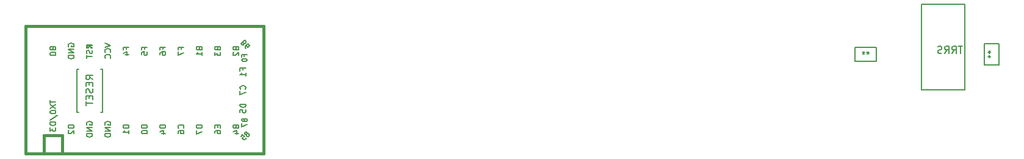
<source format=gbo>
G04 #@! TF.GenerationSoftware,KiCad,Pcbnew,(5.1.8)-1*
G04 #@! TF.CreationDate,2020-12-06T03:25:52+09:00*
G04 #@! TF.ProjectId,keyboard-layouter-playground,6b657962-6f61-4726-942d-6c61796f7574,rev?*
G04 #@! TF.SameCoordinates,Original*
G04 #@! TF.FileFunction,Legend,Bot*
G04 #@! TF.FilePolarity,Positive*
%FSLAX46Y46*%
G04 Gerber Fmt 4.6, Leading zero omitted, Abs format (unit mm)*
G04 Created by KiCad (PCBNEW (5.1.8)-1) date 2020-12-06 03:25:52*
%MOMM*%
%LPD*%
G01*
G04 APERTURE LIST*
%ADD10C,0.150000*%
%ADD11C,0.381000*%
G04 APERTURE END LIST*
D10*
X149500000Y-104500000D02*
X149500000Y-101500000D01*
X149500000Y-101500000D02*
X151500000Y-101500000D01*
X151500000Y-101500000D02*
X151500000Y-104500000D01*
X151500000Y-104500000D02*
X149500000Y-104500000D01*
X134500000Y-104000000D02*
X131500000Y-104000000D01*
X131500000Y-104000000D02*
X131500000Y-102000000D01*
X131500000Y-102000000D02*
X134500000Y-102000000D01*
X134500000Y-102000000D02*
X134500000Y-104000000D01*
X140750000Y-96000000D02*
X146750000Y-96000000D01*
X146750000Y-96000000D02*
X146750000Y-108000000D01*
X146750000Y-108000000D02*
X140750000Y-108000000D01*
X140750000Y-108000000D02*
X140750000Y-96000000D01*
D11*
X21550000Y-114350000D02*
X21550000Y-116890000D01*
X19010000Y-114350000D02*
X21550000Y-114350000D01*
D10*
G36*
X25299030Y-101955365D02*
G01*
X25399030Y-101955365D01*
X25399030Y-101855365D01*
X25299030Y-101855365D01*
X25299030Y-101955365D01*
G37*
X25299030Y-101955365D02*
X25399030Y-101955365D01*
X25399030Y-101855365D01*
X25299030Y-101855365D01*
X25299030Y-101955365D01*
G36*
X24899030Y-101755365D02*
G01*
X25699030Y-101755365D01*
X25699030Y-101655365D01*
X24899030Y-101655365D01*
X24899030Y-101755365D01*
G37*
X24899030Y-101755365D02*
X25699030Y-101755365D01*
X25699030Y-101655365D01*
X24899030Y-101655365D01*
X24899030Y-101755365D01*
G36*
X25499030Y-102155365D02*
G01*
X25699030Y-102155365D01*
X25699030Y-102055365D01*
X25499030Y-102055365D01*
X25499030Y-102155365D01*
G37*
X25499030Y-102155365D02*
X25699030Y-102155365D01*
X25699030Y-102055365D01*
X25499030Y-102055365D01*
X25499030Y-102155365D01*
G36*
X24899030Y-102155365D02*
G01*
X25199030Y-102155365D01*
X25199030Y-102055365D01*
X24899030Y-102055365D01*
X24899030Y-102155365D01*
G37*
X24899030Y-102155365D02*
X25199030Y-102155365D01*
X25199030Y-102055365D01*
X24899030Y-102055365D01*
X24899030Y-102155365D01*
G36*
X24899030Y-102155365D02*
G01*
X24999030Y-102155365D01*
X24999030Y-101655365D01*
X24899030Y-101655365D01*
X24899030Y-102155365D01*
G37*
X24899030Y-102155365D02*
X24999030Y-102155365D01*
X24999030Y-101655365D01*
X24899030Y-101655365D01*
X24899030Y-102155365D01*
D11*
X49490000Y-99110000D02*
X16470000Y-99110000D01*
X49490000Y-116890000D02*
X49490000Y-99110000D01*
X16470000Y-116890000D02*
X49490000Y-116890000D01*
X16470000Y-99110000D02*
X16470000Y-116890000D01*
X19010000Y-114350000D02*
X19010000Y-116890000D01*
D10*
X23600000Y-105100000D02*
X23850000Y-105100000D01*
X23600000Y-111100000D02*
X23600000Y-105100000D01*
X23850000Y-111100000D02*
X23600000Y-111100000D01*
X27100000Y-111100000D02*
X26850000Y-111100000D01*
X27100000Y-105100000D02*
X27100000Y-111100000D01*
X26850000Y-105100000D02*
X27100000Y-105100000D01*
X149991395Y-102690361D02*
X150184919Y-102690361D01*
X150107509Y-102496838D02*
X150184919Y-102690361D01*
X150107509Y-102883885D01*
X150339738Y-102574247D02*
X150184919Y-102690361D01*
X150339738Y-102806476D01*
X149991395Y-103309638D02*
X150184919Y-103309638D01*
X150107509Y-103116114D02*
X150184919Y-103309638D01*
X150107509Y-103503161D01*
X150339738Y-103193523D02*
X150184919Y-103309638D01*
X150339738Y-103425752D01*
X133309638Y-102618395D02*
X133309638Y-102811919D01*
X133503161Y-102734509D02*
X133309638Y-102811919D01*
X133116114Y-102734509D01*
X133425752Y-102966738D02*
X133309638Y-102811919D01*
X133193523Y-102966738D01*
X132690361Y-102618395D02*
X132690361Y-102811919D01*
X132883885Y-102734509D02*
X132690361Y-102811919D01*
X132496838Y-102734509D01*
X132806476Y-102966738D02*
X132690361Y-102811919D01*
X132574247Y-102966738D01*
X146436404Y-101865880D02*
X145864976Y-101865880D01*
X146150690Y-102865880D02*
X146150690Y-101865880D01*
X144960214Y-102865880D02*
X145293547Y-102389690D01*
X145531642Y-102865880D02*
X145531642Y-101865880D01*
X145150690Y-101865880D01*
X145055452Y-101913500D01*
X145007833Y-101961119D01*
X144960214Y-102056357D01*
X144960214Y-102199214D01*
X145007833Y-102294452D01*
X145055452Y-102342071D01*
X145150690Y-102389690D01*
X145531642Y-102389690D01*
X143960214Y-102865880D02*
X144293547Y-102389690D01*
X144531642Y-102865880D02*
X144531642Y-101865880D01*
X144150690Y-101865880D01*
X144055452Y-101913500D01*
X144007833Y-101961119D01*
X143960214Y-102056357D01*
X143960214Y-102199214D01*
X144007833Y-102294452D01*
X144055452Y-102342071D01*
X144150690Y-102389690D01*
X144531642Y-102389690D01*
X143579261Y-102818261D02*
X143436404Y-102865880D01*
X143198309Y-102865880D01*
X143103071Y-102818261D01*
X143055452Y-102770642D01*
X143007833Y-102675404D01*
X143007833Y-102580166D01*
X143055452Y-102484928D01*
X143103071Y-102437309D01*
X143198309Y-102389690D01*
X143388785Y-102342071D01*
X143484023Y-102294452D01*
X143531642Y-102246833D01*
X143579261Y-102151595D01*
X143579261Y-102056357D01*
X143531642Y-101961119D01*
X143484023Y-101913500D01*
X143388785Y-101865880D01*
X143150690Y-101865880D01*
X143007833Y-101913500D01*
X47011904Y-109949523D02*
X46211904Y-109949523D01*
X46211904Y-110140000D01*
X46250000Y-110254285D01*
X46326190Y-110330476D01*
X46402380Y-110368571D01*
X46554761Y-110406666D01*
X46669047Y-110406666D01*
X46821428Y-110368571D01*
X46897619Y-110330476D01*
X46973809Y-110254285D01*
X47011904Y-110140000D01*
X47011904Y-109949523D01*
X46211904Y-111130476D02*
X46211904Y-110749523D01*
X46592857Y-110711428D01*
X46554761Y-110749523D01*
X46516666Y-110825714D01*
X46516666Y-111016190D01*
X46554761Y-111092380D01*
X46592857Y-111130476D01*
X46669047Y-111168571D01*
X46859523Y-111168571D01*
X46935714Y-111130476D01*
X46973809Y-111092380D01*
X47011904Y-111016190D01*
X47011904Y-110825714D01*
X46973809Y-110749523D01*
X46935714Y-110711428D01*
X46592857Y-105193333D02*
X46592857Y-104926666D01*
X47011904Y-104926666D02*
X46211904Y-104926666D01*
X46211904Y-105307619D01*
X47011904Y-106031428D02*
X47011904Y-105574285D01*
X47011904Y-105802857D02*
X46211904Y-105802857D01*
X46326190Y-105726666D01*
X46402380Y-105650476D01*
X46440476Y-105574285D01*
X46935714Y-107866666D02*
X46973809Y-107828571D01*
X47011904Y-107714285D01*
X47011904Y-107638095D01*
X46973809Y-107523809D01*
X46897619Y-107447619D01*
X46821428Y-107409523D01*
X46669047Y-107371428D01*
X46554761Y-107371428D01*
X46402380Y-107409523D01*
X46326190Y-107447619D01*
X46250000Y-107523809D01*
X46211904Y-107638095D01*
X46211904Y-107714285D01*
X46250000Y-107828571D01*
X46288095Y-107866666D01*
X46211904Y-108133333D02*
X46211904Y-108666666D01*
X47011904Y-108323809D01*
X46714297Y-101435008D02*
X46808578Y-101482148D01*
X46855719Y-101482148D01*
X46926429Y-101458578D01*
X46997140Y-101387867D01*
X47020710Y-101317157D01*
X47020710Y-101270016D01*
X46997140Y-101199306D01*
X46808578Y-101010744D01*
X46313603Y-101505719D01*
X46478595Y-101670710D01*
X46549306Y-101694280D01*
X46596446Y-101694280D01*
X46667157Y-101670710D01*
X46714297Y-101623570D01*
X46737867Y-101552859D01*
X46737867Y-101505719D01*
X46714297Y-101435008D01*
X46549306Y-101270016D01*
X47020710Y-102212825D02*
X46926429Y-102118544D01*
X46902859Y-102047834D01*
X46902859Y-102000693D01*
X46926429Y-101882842D01*
X46997140Y-101764991D01*
X47185702Y-101576429D01*
X47256412Y-101552859D01*
X47303553Y-101552859D01*
X47374264Y-101576429D01*
X47468544Y-101670710D01*
X47492115Y-101741421D01*
X47492115Y-101788561D01*
X47468544Y-101859272D01*
X47350693Y-101977123D01*
X47279983Y-102000693D01*
X47232842Y-102000693D01*
X47162132Y-101977123D01*
X47067851Y-101882842D01*
X47044280Y-101812132D01*
X47044280Y-101764991D01*
X47067851Y-101694280D01*
X46800000Y-103266666D02*
X46800000Y-103033333D01*
X47166666Y-103033333D02*
X46466666Y-103033333D01*
X46466666Y-103366666D01*
X46466666Y-103766666D02*
X46466666Y-103833333D01*
X46500000Y-103900000D01*
X46533333Y-103933333D01*
X46600000Y-103966666D01*
X46733333Y-104000000D01*
X46900000Y-104000000D01*
X47033333Y-103966666D01*
X47100000Y-103933333D01*
X47133333Y-103900000D01*
X47166666Y-103833333D01*
X47166666Y-103766666D01*
X47133333Y-103700000D01*
X47100000Y-103666666D01*
X47033333Y-103633333D01*
X46900000Y-103600000D01*
X46733333Y-103600000D01*
X46600000Y-103633333D01*
X46533333Y-103666666D01*
X46500000Y-103700000D01*
X46466666Y-103766666D01*
X46800000Y-112216666D02*
X46833333Y-112316666D01*
X46866666Y-112350000D01*
X46933333Y-112383333D01*
X47033333Y-112383333D01*
X47100000Y-112350000D01*
X47133333Y-112316666D01*
X47166666Y-112250000D01*
X47166666Y-111983333D01*
X46466666Y-111983333D01*
X46466666Y-112216666D01*
X46500000Y-112283333D01*
X46533333Y-112316666D01*
X46600000Y-112350000D01*
X46666666Y-112350000D01*
X46733333Y-112316666D01*
X46766666Y-112283333D01*
X46800000Y-112216666D01*
X46800000Y-111983333D01*
X46466666Y-112616666D02*
X46466666Y-113083333D01*
X47166666Y-112783333D01*
X25663809Y-102426666D02*
X25701904Y-102540952D01*
X25701904Y-102731428D01*
X25663809Y-102807619D01*
X25625714Y-102845714D01*
X25549523Y-102883809D01*
X25473333Y-102883809D01*
X25397142Y-102845714D01*
X25359047Y-102807619D01*
X25320952Y-102731428D01*
X25282857Y-102579047D01*
X25244761Y-102502857D01*
X25206666Y-102464761D01*
X25130476Y-102426666D01*
X25054285Y-102426666D01*
X24978095Y-102464761D01*
X24940000Y-102502857D01*
X24901904Y-102579047D01*
X24901904Y-102769523D01*
X24940000Y-102883809D01*
X24901904Y-103112380D02*
X24901904Y-103569523D01*
X25701904Y-103340952D02*
X24901904Y-103340952D01*
X19841904Y-109381395D02*
X19841904Y-109838538D01*
X20641904Y-109609967D02*
X19841904Y-109609967D01*
X19841904Y-110029014D02*
X20641904Y-110562348D01*
X19841904Y-110562348D02*
X20641904Y-110029014D01*
X19841904Y-111019491D02*
X19841904Y-111095681D01*
X19880000Y-111171872D01*
X19918095Y-111209967D01*
X19994285Y-111248062D01*
X20146666Y-111286157D01*
X20337142Y-111286157D01*
X20489523Y-111248062D01*
X20565714Y-111209967D01*
X20603809Y-111171872D01*
X20641904Y-111095681D01*
X20641904Y-111019491D01*
X20603809Y-110943300D01*
X20565714Y-110905205D01*
X20489523Y-110867110D01*
X20337142Y-110829014D01*
X20146666Y-110829014D01*
X19994285Y-110867110D01*
X19918095Y-110905205D01*
X19880000Y-110943300D01*
X19841904Y-111019491D01*
X19803809Y-112200443D02*
X20832380Y-111514729D01*
X20641904Y-112467110D02*
X19841904Y-112467110D01*
X19841904Y-112657586D01*
X19880000Y-112771872D01*
X19956190Y-112848062D01*
X20032380Y-112886157D01*
X20184761Y-112924252D01*
X20299047Y-112924252D01*
X20451428Y-112886157D01*
X20527619Y-112848062D01*
X20603809Y-112771872D01*
X20641904Y-112657586D01*
X20641904Y-112467110D01*
X19841904Y-113190919D02*
X19841904Y-113686157D01*
X20146666Y-113419491D01*
X20146666Y-113533776D01*
X20184761Y-113609967D01*
X20222857Y-113648062D01*
X20299047Y-113686157D01*
X20489523Y-113686157D01*
X20565714Y-113648062D01*
X20603809Y-113609967D01*
X20641904Y-113533776D01*
X20641904Y-113305205D01*
X20603809Y-113229014D01*
X20565714Y-113190919D01*
X45622857Y-102215190D02*
X45660952Y-102329476D01*
X45699047Y-102367571D01*
X45775238Y-102405666D01*
X45889523Y-102405666D01*
X45965714Y-102367571D01*
X46003809Y-102329476D01*
X46041904Y-102253285D01*
X46041904Y-101948523D01*
X45241904Y-101948523D01*
X45241904Y-102215190D01*
X45280000Y-102291380D01*
X45318095Y-102329476D01*
X45394285Y-102367571D01*
X45470476Y-102367571D01*
X45546666Y-102329476D01*
X45584761Y-102291380D01*
X45622857Y-102215190D01*
X45622857Y-101948523D01*
X45318095Y-102710428D02*
X45280000Y-102748523D01*
X45241904Y-102824714D01*
X45241904Y-103015190D01*
X45280000Y-103091380D01*
X45318095Y-103129476D01*
X45394285Y-103167571D01*
X45470476Y-103167571D01*
X45584761Y-103129476D01*
X46041904Y-102672333D01*
X46041904Y-103167571D01*
X38002857Y-102272333D02*
X38002857Y-102005666D01*
X38421904Y-102005666D02*
X37621904Y-102005666D01*
X37621904Y-102386619D01*
X37621904Y-102615190D02*
X37621904Y-103148523D01*
X38421904Y-102805666D01*
X35462857Y-102272333D02*
X35462857Y-102005666D01*
X35881904Y-102005666D02*
X35081904Y-102005666D01*
X35081904Y-102386619D01*
X35081904Y-103034238D02*
X35081904Y-102881857D01*
X35120000Y-102805666D01*
X35158095Y-102767571D01*
X35272380Y-102691380D01*
X35424761Y-102653285D01*
X35729523Y-102653285D01*
X35805714Y-102691380D01*
X35843809Y-102729476D01*
X35881904Y-102805666D01*
X35881904Y-102958047D01*
X35843809Y-103034238D01*
X35805714Y-103072333D01*
X35729523Y-103110428D01*
X35539047Y-103110428D01*
X35462857Y-103072333D01*
X35424761Y-103034238D01*
X35386666Y-102958047D01*
X35386666Y-102805666D01*
X35424761Y-102729476D01*
X35462857Y-102691380D01*
X35539047Y-102653285D01*
X32922857Y-102272333D02*
X32922857Y-102005666D01*
X33341904Y-102005666D02*
X32541904Y-102005666D01*
X32541904Y-102386619D01*
X32541904Y-103072333D02*
X32541904Y-102691380D01*
X32922857Y-102653285D01*
X32884761Y-102691380D01*
X32846666Y-102767571D01*
X32846666Y-102958047D01*
X32884761Y-103034238D01*
X32922857Y-103072333D01*
X32999047Y-103110428D01*
X33189523Y-103110428D01*
X33265714Y-103072333D01*
X33303809Y-103034238D01*
X33341904Y-102958047D01*
X33341904Y-102767571D01*
X33303809Y-102691380D01*
X33265714Y-102653285D01*
X20222857Y-102215190D02*
X20260952Y-102329476D01*
X20299047Y-102367571D01*
X20375238Y-102405666D01*
X20489523Y-102405666D01*
X20565714Y-102367571D01*
X20603809Y-102329476D01*
X20641904Y-102253285D01*
X20641904Y-101948523D01*
X19841904Y-101948523D01*
X19841904Y-102215190D01*
X19880000Y-102291380D01*
X19918095Y-102329476D01*
X19994285Y-102367571D01*
X20070476Y-102367571D01*
X20146666Y-102329476D01*
X20184761Y-102291380D01*
X20222857Y-102215190D01*
X20222857Y-101948523D01*
X19841904Y-102900904D02*
X19841904Y-102977095D01*
X19880000Y-103053285D01*
X19918095Y-103091380D01*
X19994285Y-103129476D01*
X20146666Y-103167571D01*
X20337142Y-103167571D01*
X20489523Y-103129476D01*
X20565714Y-103091380D01*
X20603809Y-103053285D01*
X20641904Y-102977095D01*
X20641904Y-102900904D01*
X20603809Y-102824714D01*
X20565714Y-102786619D01*
X20489523Y-102748523D01*
X20337142Y-102710428D01*
X20146666Y-102710428D01*
X19994285Y-102748523D01*
X19918095Y-102786619D01*
X19880000Y-102824714D01*
X19841904Y-102900904D01*
X22420000Y-101929476D02*
X22381904Y-101853285D01*
X22381904Y-101739000D01*
X22420000Y-101624714D01*
X22496190Y-101548523D01*
X22572380Y-101510428D01*
X22724761Y-101472333D01*
X22839047Y-101472333D01*
X22991428Y-101510428D01*
X23067619Y-101548523D01*
X23143809Y-101624714D01*
X23181904Y-101739000D01*
X23181904Y-101815190D01*
X23143809Y-101929476D01*
X23105714Y-101967571D01*
X22839047Y-101967571D01*
X22839047Y-101815190D01*
X23181904Y-102310428D02*
X22381904Y-102310428D01*
X23181904Y-102767571D01*
X22381904Y-102767571D01*
X23181904Y-103148523D02*
X22381904Y-103148523D01*
X22381904Y-103339000D01*
X22420000Y-103453285D01*
X22496190Y-103529476D01*
X22572380Y-103567571D01*
X22724761Y-103605666D01*
X22839047Y-103605666D01*
X22991428Y-103567571D01*
X23067619Y-103529476D01*
X23143809Y-103453285D01*
X23181904Y-103339000D01*
X23181904Y-103148523D01*
X27461904Y-101472333D02*
X28261904Y-101739000D01*
X27461904Y-102005666D01*
X28185714Y-102729476D02*
X28223809Y-102691380D01*
X28261904Y-102577095D01*
X28261904Y-102500904D01*
X28223809Y-102386619D01*
X28147619Y-102310428D01*
X28071428Y-102272333D01*
X27919047Y-102234238D01*
X27804761Y-102234238D01*
X27652380Y-102272333D01*
X27576190Y-102310428D01*
X27500000Y-102386619D01*
X27461904Y-102500904D01*
X27461904Y-102577095D01*
X27500000Y-102691380D01*
X27538095Y-102729476D01*
X28185714Y-103529476D02*
X28223809Y-103491380D01*
X28261904Y-103377095D01*
X28261904Y-103300904D01*
X28223809Y-103186619D01*
X28147619Y-103110428D01*
X28071428Y-103072333D01*
X27919047Y-103034238D01*
X27804761Y-103034238D01*
X27652380Y-103072333D01*
X27576190Y-103110428D01*
X27500000Y-103186619D01*
X27461904Y-103300904D01*
X27461904Y-103377095D01*
X27500000Y-103491380D01*
X27538095Y-103529476D01*
X30382857Y-102272333D02*
X30382857Y-102005666D01*
X30801904Y-102005666D02*
X30001904Y-102005666D01*
X30001904Y-102386619D01*
X30268571Y-103034238D02*
X30801904Y-103034238D01*
X29963809Y-102843761D02*
X30535238Y-102653285D01*
X30535238Y-103148523D01*
X40542857Y-102215190D02*
X40580952Y-102329476D01*
X40619047Y-102367571D01*
X40695238Y-102405666D01*
X40809523Y-102405666D01*
X40885714Y-102367571D01*
X40923809Y-102329476D01*
X40961904Y-102253285D01*
X40961904Y-101948523D01*
X40161904Y-101948523D01*
X40161904Y-102215190D01*
X40200000Y-102291380D01*
X40238095Y-102329476D01*
X40314285Y-102367571D01*
X40390476Y-102367571D01*
X40466666Y-102329476D01*
X40504761Y-102291380D01*
X40542857Y-102215190D01*
X40542857Y-101948523D01*
X40961904Y-103167571D02*
X40961904Y-102710428D01*
X40961904Y-102939000D02*
X40161904Y-102939000D01*
X40276190Y-102862809D01*
X40352380Y-102786619D01*
X40390476Y-102710428D01*
X43082857Y-102215190D02*
X43120952Y-102329476D01*
X43159047Y-102367571D01*
X43235238Y-102405666D01*
X43349523Y-102405666D01*
X43425714Y-102367571D01*
X43463809Y-102329476D01*
X43501904Y-102253285D01*
X43501904Y-101948523D01*
X42701904Y-101948523D01*
X42701904Y-102215190D01*
X42740000Y-102291380D01*
X42778095Y-102329476D01*
X42854285Y-102367571D01*
X42930476Y-102367571D01*
X43006666Y-102329476D01*
X43044761Y-102291380D01*
X43082857Y-102215190D01*
X43082857Y-101948523D01*
X42701904Y-102672333D02*
X42701904Y-103167571D01*
X43006666Y-102900904D01*
X43006666Y-103015190D01*
X43044761Y-103091380D01*
X43082857Y-103129476D01*
X43159047Y-103167571D01*
X43349523Y-103167571D01*
X43425714Y-103129476D01*
X43463809Y-103091380D01*
X43501904Y-103015190D01*
X43501904Y-102786619D01*
X43463809Y-102710428D01*
X43425714Y-102672333D01*
X47114991Y-114164297D02*
X47067851Y-114258578D01*
X47067851Y-114305719D01*
X47091421Y-114376429D01*
X47162132Y-114447140D01*
X47232842Y-114470710D01*
X47279983Y-114470710D01*
X47350693Y-114447140D01*
X47539255Y-114258578D01*
X47044280Y-113763603D01*
X46879289Y-113928595D01*
X46855719Y-113999306D01*
X46855719Y-114046446D01*
X46879289Y-114117157D01*
X46926429Y-114164297D01*
X46997140Y-114187867D01*
X47044280Y-114187867D01*
X47114991Y-114164297D01*
X47279983Y-113999306D01*
X46313603Y-114494280D02*
X46549306Y-114258578D01*
X46808578Y-114470710D01*
X46761438Y-114470710D01*
X46690727Y-114494280D01*
X46572876Y-114612132D01*
X46549306Y-114682842D01*
X46549306Y-114729983D01*
X46572876Y-114800693D01*
X46690727Y-114918544D01*
X46761438Y-114942115D01*
X46808578Y-114942115D01*
X46879289Y-114918544D01*
X46997140Y-114800693D01*
X47020710Y-114729983D01*
X47020710Y-114682842D01*
X45622857Y-113137190D02*
X45660952Y-113251476D01*
X45699047Y-113289571D01*
X45775238Y-113327666D01*
X45889523Y-113327666D01*
X45965714Y-113289571D01*
X46003809Y-113251476D01*
X46041904Y-113175285D01*
X46041904Y-112870523D01*
X45241904Y-112870523D01*
X45241904Y-113137190D01*
X45280000Y-113213380D01*
X45318095Y-113251476D01*
X45394285Y-113289571D01*
X45470476Y-113289571D01*
X45546666Y-113251476D01*
X45584761Y-113213380D01*
X45622857Y-113137190D01*
X45622857Y-112870523D01*
X45508571Y-114013380D02*
X46041904Y-114013380D01*
X45203809Y-113822904D02*
X45775238Y-113632428D01*
X45775238Y-114127666D01*
X43082857Y-112908619D02*
X43082857Y-113175285D01*
X43501904Y-113289571D02*
X43501904Y-112908619D01*
X42701904Y-112908619D01*
X42701904Y-113289571D01*
X42701904Y-113975285D02*
X42701904Y-113822904D01*
X42740000Y-113746714D01*
X42778095Y-113708619D01*
X42892380Y-113632428D01*
X43044761Y-113594333D01*
X43349523Y-113594333D01*
X43425714Y-113632428D01*
X43463809Y-113670523D01*
X43501904Y-113746714D01*
X43501904Y-113899095D01*
X43463809Y-113975285D01*
X43425714Y-114013380D01*
X43349523Y-114051476D01*
X43159047Y-114051476D01*
X43082857Y-114013380D01*
X43044761Y-113975285D01*
X43006666Y-113899095D01*
X43006666Y-113746714D01*
X43044761Y-113670523D01*
X43082857Y-113632428D01*
X43159047Y-113594333D01*
X40961904Y-112870523D02*
X40161904Y-112870523D01*
X40161904Y-113061000D01*
X40200000Y-113175285D01*
X40276190Y-113251476D01*
X40352380Y-113289571D01*
X40504761Y-113327666D01*
X40619047Y-113327666D01*
X40771428Y-113289571D01*
X40847619Y-113251476D01*
X40923809Y-113175285D01*
X40961904Y-113061000D01*
X40961904Y-112870523D01*
X40161904Y-113594333D02*
X40161904Y-114127666D01*
X40961904Y-113784809D01*
X38345714Y-113327666D02*
X38383809Y-113289571D01*
X38421904Y-113175285D01*
X38421904Y-113099095D01*
X38383809Y-112984809D01*
X38307619Y-112908619D01*
X38231428Y-112870523D01*
X38079047Y-112832428D01*
X37964761Y-112832428D01*
X37812380Y-112870523D01*
X37736190Y-112908619D01*
X37660000Y-112984809D01*
X37621904Y-113099095D01*
X37621904Y-113175285D01*
X37660000Y-113289571D01*
X37698095Y-113327666D01*
X37621904Y-114013380D02*
X37621904Y-113861000D01*
X37660000Y-113784809D01*
X37698095Y-113746714D01*
X37812380Y-113670523D01*
X37964761Y-113632428D01*
X38269523Y-113632428D01*
X38345714Y-113670523D01*
X38383809Y-113708619D01*
X38421904Y-113784809D01*
X38421904Y-113937190D01*
X38383809Y-114013380D01*
X38345714Y-114051476D01*
X38269523Y-114089571D01*
X38079047Y-114089571D01*
X38002857Y-114051476D01*
X37964761Y-114013380D01*
X37926666Y-113937190D01*
X37926666Y-113784809D01*
X37964761Y-113708619D01*
X38002857Y-113670523D01*
X38079047Y-113632428D01*
X35881904Y-112870523D02*
X35081904Y-112870523D01*
X35081904Y-113061000D01*
X35120000Y-113175285D01*
X35196190Y-113251476D01*
X35272380Y-113289571D01*
X35424761Y-113327666D01*
X35539047Y-113327666D01*
X35691428Y-113289571D01*
X35767619Y-113251476D01*
X35843809Y-113175285D01*
X35881904Y-113061000D01*
X35881904Y-112870523D01*
X35348571Y-114013380D02*
X35881904Y-114013380D01*
X35043809Y-113822904D02*
X35615238Y-113632428D01*
X35615238Y-114127666D01*
X24960000Y-112851476D02*
X24921904Y-112775285D01*
X24921904Y-112661000D01*
X24960000Y-112546714D01*
X25036190Y-112470523D01*
X25112380Y-112432428D01*
X25264761Y-112394333D01*
X25379047Y-112394333D01*
X25531428Y-112432428D01*
X25607619Y-112470523D01*
X25683809Y-112546714D01*
X25721904Y-112661000D01*
X25721904Y-112737190D01*
X25683809Y-112851476D01*
X25645714Y-112889571D01*
X25379047Y-112889571D01*
X25379047Y-112737190D01*
X25721904Y-113232428D02*
X24921904Y-113232428D01*
X25721904Y-113689571D01*
X24921904Y-113689571D01*
X25721904Y-114070523D02*
X24921904Y-114070523D01*
X24921904Y-114261000D01*
X24960000Y-114375285D01*
X25036190Y-114451476D01*
X25112380Y-114489571D01*
X25264761Y-114527666D01*
X25379047Y-114527666D01*
X25531428Y-114489571D01*
X25607619Y-114451476D01*
X25683809Y-114375285D01*
X25721904Y-114261000D01*
X25721904Y-114070523D01*
X27500000Y-112851476D02*
X27461904Y-112775285D01*
X27461904Y-112661000D01*
X27500000Y-112546714D01*
X27576190Y-112470523D01*
X27652380Y-112432428D01*
X27804761Y-112394333D01*
X27919047Y-112394333D01*
X28071428Y-112432428D01*
X28147619Y-112470523D01*
X28223809Y-112546714D01*
X28261904Y-112661000D01*
X28261904Y-112737190D01*
X28223809Y-112851476D01*
X28185714Y-112889571D01*
X27919047Y-112889571D01*
X27919047Y-112737190D01*
X28261904Y-113232428D02*
X27461904Y-113232428D01*
X28261904Y-113689571D01*
X27461904Y-113689571D01*
X28261904Y-114070523D02*
X27461904Y-114070523D01*
X27461904Y-114261000D01*
X27500000Y-114375285D01*
X27576190Y-114451476D01*
X27652380Y-114489571D01*
X27804761Y-114527666D01*
X27919047Y-114527666D01*
X28071428Y-114489571D01*
X28147619Y-114451476D01*
X28223809Y-114375285D01*
X28261904Y-114261000D01*
X28261904Y-114070523D01*
X30801904Y-112870523D02*
X30001904Y-112870523D01*
X30001904Y-113061000D01*
X30040000Y-113175285D01*
X30116190Y-113251476D01*
X30192380Y-113289571D01*
X30344761Y-113327666D01*
X30459047Y-113327666D01*
X30611428Y-113289571D01*
X30687619Y-113251476D01*
X30763809Y-113175285D01*
X30801904Y-113061000D01*
X30801904Y-112870523D01*
X30801904Y-114089571D02*
X30801904Y-113632428D01*
X30801904Y-113861000D02*
X30001904Y-113861000D01*
X30116190Y-113784809D01*
X30192380Y-113708619D01*
X30230476Y-113632428D01*
X33341904Y-112870523D02*
X32541904Y-112870523D01*
X32541904Y-113061000D01*
X32580000Y-113175285D01*
X32656190Y-113251476D01*
X32732380Y-113289571D01*
X32884761Y-113327666D01*
X32999047Y-113327666D01*
X33151428Y-113289571D01*
X33227619Y-113251476D01*
X33303809Y-113175285D01*
X33341904Y-113061000D01*
X33341904Y-112870523D01*
X32541904Y-113822904D02*
X32541904Y-113899095D01*
X32580000Y-113975285D01*
X32618095Y-114013380D01*
X32694285Y-114051476D01*
X32846666Y-114089571D01*
X33037142Y-114089571D01*
X33189523Y-114051476D01*
X33265714Y-114013380D01*
X33303809Y-113975285D01*
X33341904Y-113899095D01*
X33341904Y-113822904D01*
X33303809Y-113746714D01*
X33265714Y-113708619D01*
X33189523Y-113670523D01*
X33037142Y-113632428D01*
X32846666Y-113632428D01*
X32694285Y-113670523D01*
X32618095Y-113708619D01*
X32580000Y-113746714D01*
X32541904Y-113822904D01*
X23181904Y-112870523D02*
X22381904Y-112870523D01*
X22381904Y-113061000D01*
X22420000Y-113175285D01*
X22496190Y-113251476D01*
X22572380Y-113289571D01*
X22724761Y-113327666D01*
X22839047Y-113327666D01*
X22991428Y-113289571D01*
X23067619Y-113251476D01*
X23143809Y-113175285D01*
X23181904Y-113061000D01*
X23181904Y-112870523D01*
X22458095Y-113632428D02*
X22420000Y-113670523D01*
X22381904Y-113746714D01*
X22381904Y-113937190D01*
X22420000Y-114013380D01*
X22458095Y-114051476D01*
X22534285Y-114089571D01*
X22610476Y-114089571D01*
X22724761Y-114051476D01*
X23181904Y-113594333D01*
X23181904Y-114089571D01*
X25802380Y-106520619D02*
X25326190Y-106187285D01*
X25802380Y-105949190D02*
X24802380Y-105949190D01*
X24802380Y-106330142D01*
X24850000Y-106425380D01*
X24897619Y-106473000D01*
X24992857Y-106520619D01*
X25135714Y-106520619D01*
X25230952Y-106473000D01*
X25278571Y-106425380D01*
X25326190Y-106330142D01*
X25326190Y-105949190D01*
X25278571Y-106949190D02*
X25278571Y-107282523D01*
X25802380Y-107425380D02*
X25802380Y-106949190D01*
X24802380Y-106949190D01*
X24802380Y-107425380D01*
X25754761Y-107806333D02*
X25802380Y-107949190D01*
X25802380Y-108187285D01*
X25754761Y-108282523D01*
X25707142Y-108330142D01*
X25611904Y-108377761D01*
X25516666Y-108377761D01*
X25421428Y-108330142D01*
X25373809Y-108282523D01*
X25326190Y-108187285D01*
X25278571Y-107996809D01*
X25230952Y-107901571D01*
X25183333Y-107853952D01*
X25088095Y-107806333D01*
X24992857Y-107806333D01*
X24897619Y-107853952D01*
X24850000Y-107901571D01*
X24802380Y-107996809D01*
X24802380Y-108234904D01*
X24850000Y-108377761D01*
X25278571Y-108806333D02*
X25278571Y-109139666D01*
X25802380Y-109282523D02*
X25802380Y-108806333D01*
X24802380Y-108806333D01*
X24802380Y-109282523D01*
X24802380Y-109568238D02*
X24802380Y-110139666D01*
X25802380Y-109853952D02*
X24802380Y-109853952D01*
M02*

</source>
